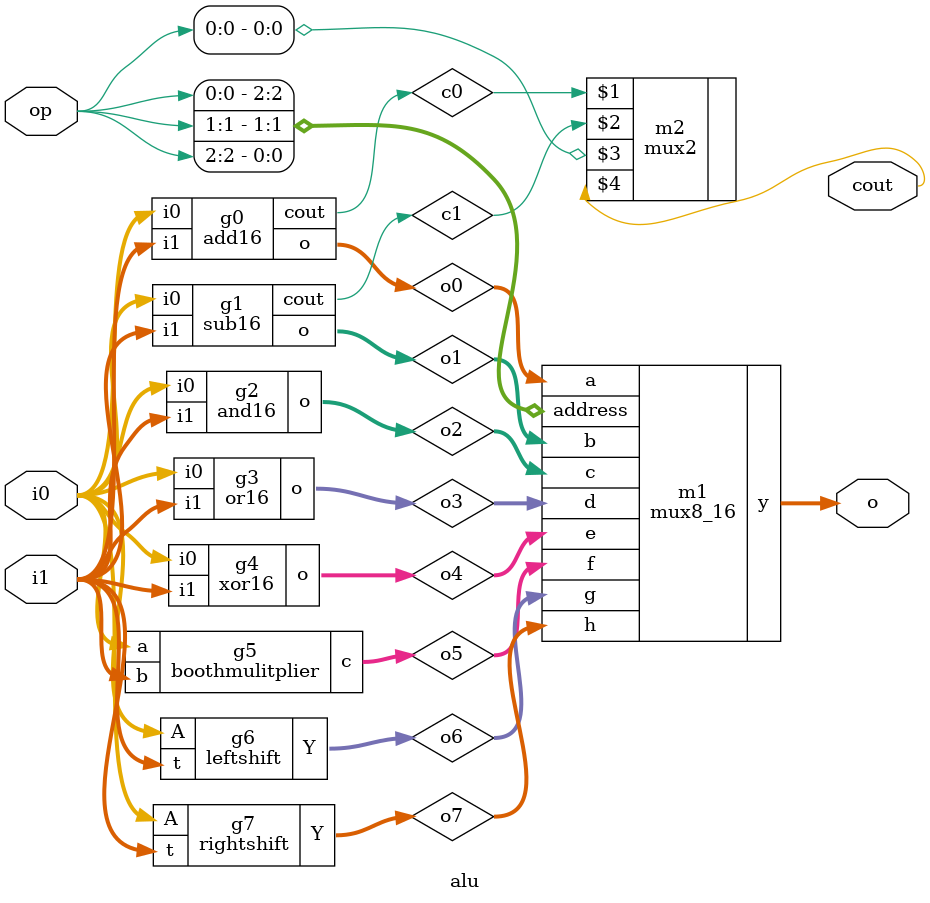
<source format=v>
module add2 (input wire i0, i1, cin, output wire sum, cout);
	wire w1, w2, w3;
	and2 g1(i0, i1, w1);
	and2 g2(i1, cin, w2);
	and2 g3(cin, i0, w3);
	xor3 g4(i0, i1, cin, sum);
	or3 g5(w1, w2, w3, cout);
endmodule
module mux8_16(input wire [15:0] a,b,c,d,e,f,g,h, input wire [2:0]address,output wire [15:0]y);
mux8 m0({a[0], b[0], c[0], d[0], e[0], f[0], g[0], h[0]}, address[2], address[1], address[0], y[0]);
mux8 m1({a[1], b[1], c[1], d[1], e[1], f[1], g[1], h[1]}, address[2], address[1], address[0], y[1]);
mux8 m2({a[2], b[2], c[2], d[2], e[2], f[2], g[2], h[2]}, address[2], address[1], address[0], y[2]);
mux8 m3({a[3], b[3], c[3], d[3], e[3], f[3], g[3], h[3]}, address[2], address[1], address[0], y[3]);
mux8 m4({a[4], b[4], c[4], d[4], e[4], f[4], g[4], h[4]}, address[2], address[1], address[0], y[4]);
mux8 m5({a[5], b[5], c[5], d[5], e[5], f[5], g[5], h[5]}, address[2], address[1], address[0], y[5]);
mux8 m6({a[6], b[6], c[6], d[6], e[6], f[6], g[6], h[6]}, address[2], address[1], address[0], y[6]);
mux8 m7({a[7], b[7], c[7], d[7], e[7], f[7], g[7], h[7]}, address[2], address[1], address[0], y[7]);
mux8 m8({a[8], b[8], c[8], d[8], e[8], f[8], g[8], h[8]}, address[2], address[1], address[0], y[8]);
mux8 m9({a[9], b[9], c[9], d[9], e[9], f[9], g[9], h[9]}, address[2], address[1], address[0], y[9]);
mux8 m10({a[10], b[10], c[10], d[10], e[10], f[10], g[10], h[10]}, address[2], address[1], address[0], y[10]);
mux8 m11({a[11], b[11], c[11], d[11], e[11], f[11], g[11], h[11]}, address[2], address[1], address[0], y[11]);
mux8 m12({a[12], b[12], c[12], d[12], e[12], f[12], g[12], h[12]}, address[2], address[1], address[0], y[12]);
mux8 m13({a[13], b[13], c[13], d[13], e[13], f[13], g[13], h[13]}, address[2], address[1], address[0], y[13]);
mux8 m14({a[14], b[14], c[14], d[14], e[14], f[14], g[14], h[14]}, address[2], address[1], address[0], y[14]);
mux8 m15({a[15], b[15], c[15], d[15], e[15], f[15], g[15], h[15]}, address[2], address[1], address[0], y[15]);
endmodule


module add16 (input wire [15:0] i0, i1, output wire [15:0] o, output wire cout);
	wire c[15:1];
	add2 a1(i0[0], i1[0], 1'b0, o[0], c[1]);
	add2 a2(i0[1], i1[1], c[1], o[1], c[2]);
	add2 a3(i0[2], i1[2], c[2], o[2], c[3]);
	add2 a4(i0[3], i1[3], c[3], o[3], c[4]);
	add2 a5(i0[4], i1[4], c[4], o[4], c[5]);
	add2 a6(i0[5], i1[5], c[5], o[5], c[6]);
	add2 a7(i0[6], i1[6], c[6], o[6], c[7]);
	add2 a8(i0[7], i1[7], c[7], o[7], c[8]);
	add2 a9(i0[8], i1[8], c[8], o[8], c[9]);
	add2 a10(i0[9], i1[9], c[9], o[9], c[10]);
	add2 a11(i0[10], i1[10], c[10], o[10], c[11]);
	add2 a12(i0[11], i1[11], c[11], o[11], c[12]);
	add2 a13(i0[12], i1[12], c[12], o[12], c[13]);
	add2 a14(i0[13], i1[13], c[13], o[13], c[14]);
	add2 a15(i0[14], i1[14], c[14], o[14], c[15]);
	add2 a16(i0[15], i1[15], c[15], o[15], cout);
endmodule

module sub16 (input wire [15:0] i0, i1, output wire [15:0] o, output wire cout);
	wire c[15:1];
	wire i2[15:0];
	xor2 x1(i1[0], 1'b1, i2[0]);
	xor2 x2(i1[1], 1'b1, i2[1]);
	xor2 x3(i1[2], 1'b1, i2[2]);
	xor2 x4(i1[3], 1'b1, i2[3]);
	xor2 x5(i1[4], 1'b1, i2[4]);
	xor2 x6(i1[5], 1'b1, i2[5]);
	xor2 x7(i1[6], 1'b1, i2[6]);
	xor2 x8(i1[7], 1'b1, i2[7]);
	xor2 x9(i1[8], 1'b1, i2[8]);
	xor2 x10(i1[9], 1'b1, i2[9]);
	xor2 x11(i1[10], 1'b1, i2[10]);
	xor2 x12(i1[11], 1'b1, i2[11]);
	xor2 x13(i1[12], 1'b1, i2[12]);
	xor2 x14(i1[13], 1'b1, i2[13]);
	xor2 x15(i1[14], 1'b1, i2[14]);
	xor2 x16(i1[15], 1'b1, i2[15]);
	add2 a1(i0[0], i2[0], 1'b1, o[0], c[1]);
	add2 a2(i0[1], i2[1], c[1], o[1], c[2]);
	add2 a3(i0[2], i2[2], c[2], o[2], c[3]);
	add2 a4(i0[3], i2[3], c[3], o[3], c[4]);
	add2 a5(i0[4], i2[4], c[4], o[4], c[5]);
	add2 a6(i0[5], i2[5], c[5], o[5], c[6]);
	add2 a7(i0[6], i2[6], c[6], o[6], c[7]);
	add2 a8(i0[7], i2[7], c[7], o[7], c[8]);
	add2 a9(i0[8], i2[8], c[8], o[8], c[9]);
	add2 a10(i0[9], i2[9], c[9], o[9], c[10]);
	add2 a11(i0[10], i2[10], c[10], o[10], c[11]);
	add2 a12(i0[11], i2[11], c[11], o[11], c[12]);
	add2 a13(i0[12], i2[12], c[12], o[12], c[13]);
	add2 a14(i0[13], i2[13], c[13], o[13], c[14]);
	add2 a15(i0[14], i2[14], c[14], o[14], c[15]);
	add2 a16(i0[15], i2[15], c[15], o[15], cout);
endmodule

module and16(input wire [15:0] i0, i1, output wire [15:0] o);
	and2 a1(i0[0], i1[0], o[0]);
	and2 a2(i0[1], i1[1], o[1]);
	and2 a3(i0[2], i1[2], o[2]);
	and2 a4(i0[3], i1[3], o[3]);
	and2 a5(i0[4], i1[4], o[4]);
	and2 a6(i0[5], i1[5], o[5]);
	and2 a7(i0[6], i1[6], o[6]);
	and2 a8(i0[7], i1[7], o[7]);
	and2 a9(i0[8], i1[8], o[8]);
	and2 a10(i0[9], i1[9], o[9]);
	and2 a11(i0[10], i1[10], o[10]);
	and2 a12(i0[11], i1[11], o[11]);
	and2 a13(i0[12], i1[12], o[12]);
	and2 a14(i0[13], i1[13], o[13]);
	and2 a15(i0[14], i1[14], o[14]);
	and2 a16(i0[15], i1[15], o[15]);
endmodule

module or16(input wire [15:0] i0, i1, output wire [15:0] o);
	or2 o1(i0[0], i1[0], o[0]);
	or2 o2(i0[1], i1[1], o[1]);
	or2 o3(i0[2], i1[2], o[2]);
	or2 o4(i0[3], i1[3], o[3]);
	or2 o5(i0[4], i1[4], o[4]);
	or2 o6(i0[5], i1[5], o[5]);
	or2 o7(i0[6], i1[6], o[6]);
	or2 o8(i0[7], i1[7], o[7]);
	or2 o9(i0[8], i1[8], o[8]);
	or2 o10(i0[9], i1[9], o[9]);
	or2 o11(i0[10], i1[10], o[10]);
	or2 o12(i0[11], i1[11], o[11]);
	or2 o13(i0[12], i1[12], o[12]);
	or2 o14(i0[13], i1[13], o[13]);
	or2 o15(i0[14], i1[14], o[14]);
	or2 o16(i0[15], i1[15], o[15]);
endmodule

module xor16(input wire [15:0] i0, i1, output wire [15:0] o);
	xor2 o1(i0[0], i1[0], o[0]);
	xor2 o2(i0[1], i1[1], o[1]);
	xor2 o3(i0[2], i1[2], o[2]);
	xor2 o4(i0[3], i1[3], o[3]);
	xor2 o5(i0[4], i1[4], o[4]);
	xor2 o6(i0[5], i1[5], o[5]);
	xor2 o7(i0[6], i1[6], o[6]);
	xor2 o8(i0[7], i1[7], o[7]);
	xor2 o9(i0[8], i1[8], o[8]);
	xor2 o10(i0[9], i1[9], o[9]);
	xor2 o11(i0[10], i1[10], o[10]);
	xor2 o12(i0[11], i1[11], o[11]);
	xor2 o13(i0[12], i1[12], o[12]);
	xor2 o14(i0[13], i1[13], o[13]);
	xor2 o15(i0[14], i1[14], o[14]);
	xor2 o16(i0[15], i1[15], o[15]);
endmodule

module partialproduct(i,s,o);
	input [15:0] i;
	input [2:0] s;
	output reg [31:0] o;
	
		always @(*) begin
			case (s)
				3'b000:o=$signed(1'b0);
				3'b001:o=$signed(i);
				3'b010:o=$signed(i);
				3'b011:
					begin
					o=$signed(i);
					o=$signed(i)<<<1;
					end
				3'b100:begin
					o=$signed(i);
					o=$signed(~o+1'b1);
					o=$signed(o)<<<1;
					end
				3'b101:begin
					o=$signed(i);
					o=$signed(~o+1'b1);
					end
				3'b110:begin
					o=$signed(i);
					o=$signed(~o+1'b1);
					end
				3'b111:o=$signed(32'b0);	
			endcase
		end
	
endmodule
 
module boothmulitplier(a,b,c);
	input [15:0] a;
	input [15:0] b;
	output [15:0] c;
	wire [31:0] t [7:0];
	
	partialproduct p0(a,{b[1:0],1'b0},t[0]);
	partialproduct p1(a,b[3:1],t[1]);
	partialproduct p2(a,b[5:3],t[2]);
	partialproduct p3(a,b[7:5],t[3]);
	partialproduct p4(a,b[9:7],t[4]);
	partialproduct p5(a,b[11:9],t[5]);
    partialproduct p6(a,b[13:11],t[6]);
    partialproduct p7(a,b[15:13],t[7]);

	
	assign c = $signed(t[0])+$signed(t[1]<<<2)+$signed(t[2]<<<4)+$signed(t[3]<<<6)+$signed(t[4]<<<8)+$signed(t[5]<<<10)+$signed(t[6]<<<12)+$signed(t[7]<<<14);
	
	
endmodule

module mux16(input wire [1'b0:15]i,input wire j3, j2, j1,j0,output wire o);
wire  t0, t1;
mux8 m0(i[1'b0:7],j3,j2,j1,t0);
mux8 m1(i[8:15],j3,j2,j1,t1);
mux2 m3(t0,t1,j0,o);
endmodule
module multiplexer_16_4(output wire y,input wire a,b,c,d,e,f,g,h,i,j,k,l,m,n,o,p,input wire [1'b0:3]address);

mux16 m0({a, b, c, d, e, f, g, h,i, j, k, l, m, n, o, p}, address[3], address[2], address[1], address[1'b0], y);
endmodule


module rightshift(A,t,Y);
   output [15:1'b0] Y; 
   input [15:1'b0]  A; 
   input [15:0] t; 
   wire [3:0]S;
   assign S= t[3:0];
   multiplexer_16_4  m0(Y[0], A[0], A[1], A[2], A[3], A[4], A[5], A[6], A[7],A[8], A[9], A[10], A[11], A[12], A[13], A[14], A[15],S[3:0]);
   multiplexer_16_4  m1(Y[1], A[1], A[2], A[3], A[4], A[5], A[6], A[7], A[8],A[9], A[10], A[11], A[12], A[13], A[14], A[15], 1'b0,S[3:0]);
   multiplexer_16_4  m2(Y[2], A[2], A[3], A[4], A[5], A[6], A[7], A[8], A[9],A[10], A[11], A[12], A[13], A[14], A[15], 1'b0, 1'b0,S[3:0]);
   multiplexer_16_4  m3(Y[3], A[3], A[4], A[5], A[6], A[7], A[8], A[9], A[10],A[11], A[12], A[13], A[14], A[15],1'b0,1'b0,1'b0,S[3:0]);
   multiplexer_16_4  m4(Y[4], A[4], A[5], A[6], A[7], A[8], A[9], A[10], A[11],A[12], A[13], A[14], A[15],1'b0,1'b0,1'b0,1'b0,S[3:0]);
   multiplexer_16_4  m5(Y[5], A[5], A[6], A[7], A[8], A[9], A[10], A[11], A[12],A[13], A[14], A[15],1'b0,1'b0,1'b0,1'b0,1'b0,S[3:0]);
   multiplexer_16_4  m6(Y[6], A[6], A[7], A[8], A[9], A[10], A[11], A[12], A[13],A[14], A[15],1'b0,1'b0,1'b0,1'b0,1'b0,1'b0,S[3:0]);
   multiplexer_16_4  m7(Y[7], A[7], A[8], A[9], A[10], A[11], A[12], A[13], A[14],A[15],1'b0,1'b0,1'b0,1'b0,1'b0,1'b0,1'b0,S[3:0]);
   multiplexer_16_4  m8(Y[8], A[8], A[9], A[10], A[11], A[12], A[13], A[14], 1'b0,1'b0,1'b0,1'b0,1'b0,1'b0,1'b0,1'b0,1'b0,S[3:0]);
   multiplexer_16_4  m9(Y[9], A[9], A[10], A[11], A[12], A[13], A[14],1'b0,1'b0,1'b0,1'b0,1'b0,1'b0,1'b0,1'b0,1'b0,1'b0,S[3:0]);
   multiplexer_16_4 m10(Y[10],A[10], A[11], A[12], A[13], A[14], A[15],1'b0,1'b0,1'b0,1'b0,1'b0,1'b0,1'b0,1'b0,1'b0,1'b0,S[3:0]);
   multiplexer_16_4 m11(Y[11],A[11], A[12], A[13], A[14], A[15],1'b0,1'b0,1'b0,1'b0,1'b0,1'b0,1'b0,1'b0,1'b0,1'b0,1'b0,S[3:0]);
   multiplexer_16_4 m12(Y[12],A[12], A[13], A[14], A[15],1'b0,1'b0,1'b0,1'b0,1'b0,1'b0,1'b0,1'b0,1'b0,1'b0,1'b0,1'b0,S[3:0]);
   multiplexer_16_4 m13(Y[13],A[13], A[14], A[15],1'b0,1'b0,1'b0,1'b0,1'b0,1'b0,1'b0,1'b0,1'b0,1'b0,1'b0,1'b0,1'b0,S[3:0]);
   multiplexer_16_4 m14(Y[14],A[14], A[15],1'b0,1'b0,1'b0,1'b0,1'b0,1'b0,1'b0,1'b0,1'b0,1'b0,1'b0,1'b0,1'b0,1'b0,S[3:0]);
   multiplexer_16_4 m15(Y[15],A[15],1'b0,1'b0,1'b0,1'b0,1'b0,1'b0,1'b0,1'b0,1'b0,1'b0,1'b0,1'b0,1'b0,1'b0,1'b0,S[3:0]);
endmodule

module leftshift(A,t,Y);
   output [15:1'b0] Y; 
   input [15:1'b0]  A; 
   input [15:0] t; 
   wire [3:0]S;
   assign S= t[3:0];
   multiplexer_16_4  m0(Y[0], A[0], 1'b0,1'b0,1'b0,1'b0,1'b0,1'b0,1'b0,1'b0,1'b0,1'b0,1'b0,1'b0,1'b0,1'b0,1'b0,S[3:0]);
   multiplexer_16_4  m1(Y[1], A[1], A[0],1'b0,1'b0,1'b0,1'b0,1'b0,1'b0,1'b0,1'b0,1'b0,1'b0,1'b0,1'b0,1'b0, 1'b0,S[3:0]);
   multiplexer_16_4  m2(Y[2], A[2], A[1],A[0],1'b0,1'b0,1'b0,1'b0,1'b0,1'b0,1'b0,1'b0,1'b0,1'b0,1'b0,1'b0,1'b0,S[3:0]);
   multiplexer_16_4  m3(Y[3], A[3], A[2], A[1], A[0],1'b0,1'b0,1'b0,1'b0,1'b0,1'b0,1'b0,1'b0,1'b0,1'b0,1'b0,1'b0,S[3:0]);
   multiplexer_16_4  m4(Y[4], A[4], A[3], A[2], A[1], A[0], 1'b0,1'b0,1'b0,1'b0,1'b0,1'b0,1'b0,1'b0,1'b0,1'b0,1'b0,S[3:0]);
   multiplexer_16_4  m5(Y[5], A[5], A[4], A[3], A[2], A[1], A[0],1'b0,1'b0,1'b0,1'b0,1'b0,1'b0,1'b0,1'b0,1'b0,1'b0,S[3:0]);
   multiplexer_16_4  m6(Y[6], A[6], A[5], A[4], A[3], A[2],A[1],A[0],1'b0,1'b0,1'b0,1'b0,1'b0,1'b0,1'b0,1'b0,1'b0,S[3:0]);
   multiplexer_16_4  m7(Y[7], A[7], A[6], A[5], A[4], A[3],A[2],A[1],A[0],1'b0,1'b0,1'b0,1'b0,1'b0,1'b0,1'b0,1'b0,S[3:0]);
   multiplexer_16_4  m8(Y[8], A[8], A[7], A[6], A[5], A[4], A[3], A[2],A[1],A[0],1'b0,1'b0,1'b0,1'b0,1'b0,1'b0,1'b0,S[3:0]);
   multiplexer_16_4  m9(Y[9], A[9], A[8], A[7], A[6], A[5], A[4],A[3],A[2],A[1],A[0],1'b0,1'b0,1'b0,1'b0,1'b0,1'b0,S[3:0]);
   multiplexer_16_4 m10(Y[10],A[10], A[9], A[8], A[7], A[6], A[5],A[4],A[3],A[2],A[1],A[0],1'b0,1'b0,1'b0,1'b0,1'b0,S[3:0]);
   multiplexer_16_4 m11(Y[11],A[11], A[10], A[9], A[8], A[7],A[6],A[5],A[4],A[3],A[2],A[1],A[0],1'b0,1'b0,1'b0,1'b0,S[3:0]);
   multiplexer_16_4 m12(Y[12],A[12], A[11], A[10], A[9],A[8],A[7],A[6],A[5],A[4],A[3],A[2],A[1],A[0],1'b0,1'b0,1'b0,S[3:0]);
   multiplexer_16_4 m13(Y[13],A[13], A[12], A[11],A[10],A[9],A[8],A[7],A[6],A[5],A[4],A[3],A[2],A[1],A[0],1'b0,1'b0,S[3:0]);
   multiplexer_16_4 m14(Y[14],A[14], A[13], A[12],A[11],A[10],A[9],A[8],A[7],A[6],A[5],A[4],A[3],A[2],A[1],A[0],1'b0,S[3:0]);
   multiplexer_16_4 m15(Y[15],A[15], A[14], A[13],A[12],A[11],A[10],A[9],A[8],A[7],A[6],A[5],A[4],A[3],A[2],A[1],A[0],S[3:0]);
endmodule

module alu (input wire [2:0] op, input wire [15:0] i0, i1, output wire [15:0] o, output wire cout);
	wire [15:0] o0, o1, o2, o3,o4,o5,o6,o7;
	wire c0, c1;
	add16 g0(i0, i1, o0, c0);
	sub16 g1(i0, i1, o1, c1);
	and16 g2(i0, i1, o2);
	or16 g3(i0, i1, o3);
    xor16 g4(i0, i1, o4);
	boothmulitplier g5(i0, i1, o5);
	leftshift g6(i0, i1, o6);
	rightshift g7(i0, i1, o7);
	mux8_16 m1(o0[15:0], o1[15:0], o2[15:0], o3[15:0], o4[15:0],o5[15:0],o6[15:0],o7[15:0],{op[0],op[1],op[2]}, o);
	mux2 m2(c0, c1, op[0], cout);
endmodule
</source>
